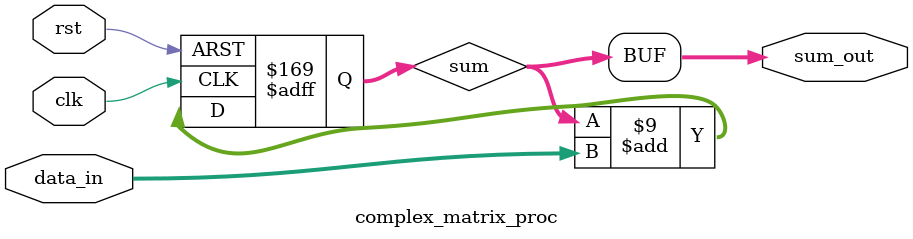
<source format=v>
module complex_matrix_proc (
  input        clk,
  input        rst,
  input  [7:0] data_in,
  output [7:0] sum_out
);
  reg [7:0] matrix [0:3][0:3];
  reg [1:0] row, col;
  reg [7:0] sum;
  always @(posedge clk or posedge rst) begin
    if (rst) begin
      row <= 2'b00;
      col <= 2'b00;
      sum <= 8'h00;
    end else begin
      matrix[row][col] <= data_in;
      sum <= sum + data_in;
      col <= col + 1;
      if (col == 2'b11) row <= row + 1;
    end
  end
  assign sum_out = sum;
endmodule
</source>
